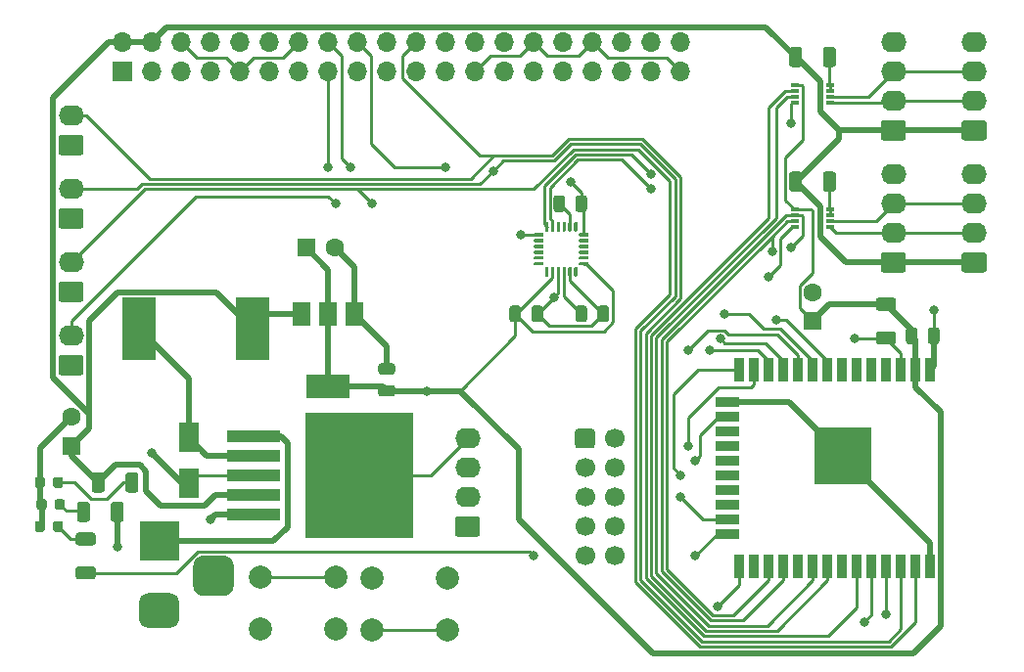
<source format=gbr>
%TF.GenerationSoftware,KiCad,Pcbnew,5.1.9+dfsg1-1*%
%TF.CreationDate,2021-09-29T19:21:48+02:00*%
%TF.ProjectId,main_board,6d61696e-5f62-46f6-9172-642e6b696361,rev?*%
%TF.SameCoordinates,Original*%
%TF.FileFunction,Copper,L1,Top*%
%TF.FilePolarity,Positive*%
%FSLAX46Y46*%
G04 Gerber Fmt 4.6, Leading zero omitted, Abs format (unit mm)*
G04 Created by KiCad (PCBNEW 5.1.9+dfsg1-1) date 2021-09-29 19:21:48*
%MOMM*%
%LPD*%
G01*
G04 APERTURE LIST*
%TA.AperFunction,ComponentPad*%
%ADD10R,1.600000X1.600000*%
%TD*%
%TA.AperFunction,ComponentPad*%
%ADD11C,1.600000*%
%TD*%
%TA.AperFunction,SMDPad,CuDef*%
%ADD12R,1.800000X2.500000*%
%TD*%
%TA.AperFunction,ComponentPad*%
%ADD13R,3.500000X3.500000*%
%TD*%
%TA.AperFunction,ComponentPad*%
%ADD14R,1.700000X1.700000*%
%TD*%
%TA.AperFunction,ComponentPad*%
%ADD15O,1.700000X1.700000*%
%TD*%
%TA.AperFunction,ComponentPad*%
%ADD16O,2.190000X1.740000*%
%TD*%
%TA.AperFunction,SMDPad,CuDef*%
%ADD17R,2.900000X5.400000*%
%TD*%
%TA.AperFunction,ComponentPad*%
%ADD18C,2.000000*%
%TD*%
%TA.AperFunction,SMDPad,CuDef*%
%ADD19R,4.600000X1.100000*%
%TD*%
%TA.AperFunction,SMDPad,CuDef*%
%ADD20R,9.400000X10.800000*%
%TD*%
%TA.AperFunction,SMDPad,CuDef*%
%ADD21R,3.800000X2.000000*%
%TD*%
%TA.AperFunction,SMDPad,CuDef*%
%ADD22R,1.500000X2.000000*%
%TD*%
%TA.AperFunction,SMDPad,CuDef*%
%ADD23R,5.000000X5.000000*%
%TD*%
%TA.AperFunction,SMDPad,CuDef*%
%ADD24R,0.900000X2.000000*%
%TD*%
%TA.AperFunction,SMDPad,CuDef*%
%ADD25R,2.000000X0.900000*%
%TD*%
%TA.AperFunction,SMDPad,CuDef*%
%ADD26R,0.800000X0.300000*%
%TD*%
%TA.AperFunction,ComponentPad*%
%ADD27C,1.700000*%
%TD*%
%TA.AperFunction,ViaPad*%
%ADD28C,0.800000*%
%TD*%
%TA.AperFunction,Conductor*%
%ADD29C,0.500000*%
%TD*%
%TA.AperFunction,Conductor*%
%ADD30C,0.250000*%
%TD*%
G04 APERTURE END LIST*
D10*
%TO.P,C1,1*%
%TO.N,+5V*%
X45085000Y-78105000D03*
D11*
%TO.P,C1,2*%
%TO.N,GND*%
X45085000Y-75605000D03*
%TD*%
%TO.P,C2,2*%
%TO.N,GND*%
X67905000Y-60960000D03*
D10*
%TO.P,C2,1*%
%TO.N,+3V3*%
X65405000Y-60960000D03*
%TD*%
%TO.P,C3,2*%
%TO.N,GND*%
%TA.AperFunction,SMDPad,CuDef*%
G36*
G01*
X72865000Y-71940000D02*
X71915000Y-71940000D01*
G75*
G02*
X71665000Y-71690000I0J250000D01*
G01*
X71665000Y-71190000D01*
G75*
G02*
X71915000Y-70940000I250000J0D01*
G01*
X72865000Y-70940000D01*
G75*
G02*
X73115000Y-71190000I0J-250000D01*
G01*
X73115000Y-71690000D01*
G75*
G02*
X72865000Y-71940000I-250000J0D01*
G01*
G37*
%TD.AperFunction*%
%TO.P,C3,1*%
%TO.N,+3V3*%
%TA.AperFunction,SMDPad,CuDef*%
G36*
G01*
X72865000Y-73840000D02*
X71915000Y-73840000D01*
G75*
G02*
X71665000Y-73590000I0J250000D01*
G01*
X71665000Y-73090000D01*
G75*
G02*
X71915000Y-72840000I250000J0D01*
G01*
X72865000Y-72840000D01*
G75*
G02*
X73115000Y-73090000I0J-250000D01*
G01*
X73115000Y-73590000D01*
G75*
G02*
X72865000Y-73840000I-250000J0D01*
G01*
G37*
%TD.AperFunction*%
%TD*%
%TO.P,C4,1*%
%TO.N,+3V3*%
%TA.AperFunction,SMDPad,CuDef*%
G36*
G01*
X117295000Y-69055000D02*
X117295000Y-68105000D01*
G75*
G02*
X117545000Y-67855000I250000J0D01*
G01*
X118045000Y-67855000D01*
G75*
G02*
X118295000Y-68105000I0J-250000D01*
G01*
X118295000Y-69055000D01*
G75*
G02*
X118045000Y-69305000I-250000J0D01*
G01*
X117545000Y-69305000D01*
G75*
G02*
X117295000Y-69055000I0J250000D01*
G01*
G37*
%TD.AperFunction*%
%TO.P,C4,2*%
%TO.N,GND*%
%TA.AperFunction,SMDPad,CuDef*%
G36*
G01*
X119195000Y-69055000D02*
X119195000Y-68105000D01*
G75*
G02*
X119445000Y-67855000I250000J0D01*
G01*
X119945000Y-67855000D01*
G75*
G02*
X120195000Y-68105000I0J-250000D01*
G01*
X120195000Y-69055000D01*
G75*
G02*
X119945000Y-69305000I-250000J0D01*
G01*
X119445000Y-69305000D01*
G75*
G02*
X119195000Y-69055000I0J250000D01*
G01*
G37*
%TD.AperFunction*%
%TD*%
%TO.P,C5,1*%
%TO.N,+3V3*%
X109220000Y-67310000D03*
D11*
%TO.P,C5,2*%
%TO.N,GND*%
X109220000Y-64810000D03*
%TD*%
%TO.P,C6,2*%
%TO.N,GND*%
%TA.AperFunction,SMDPad,CuDef*%
G36*
G01*
X90620000Y-67150000D02*
X90620000Y-66200000D01*
G75*
G02*
X90870000Y-65950000I250000J0D01*
G01*
X91370000Y-65950000D01*
G75*
G02*
X91620000Y-66200000I0J-250000D01*
G01*
X91620000Y-67150000D01*
G75*
G02*
X91370000Y-67400000I-250000J0D01*
G01*
X90870000Y-67400000D01*
G75*
G02*
X90620000Y-67150000I0J250000D01*
G01*
G37*
%TD.AperFunction*%
%TO.P,C6,1*%
%TO.N,Net-(C6-Pad1)*%
%TA.AperFunction,SMDPad,CuDef*%
G36*
G01*
X88720000Y-67150000D02*
X88720000Y-66200000D01*
G75*
G02*
X88970000Y-65950000I250000J0D01*
G01*
X89470000Y-65950000D01*
G75*
G02*
X89720000Y-66200000I0J-250000D01*
G01*
X89720000Y-67150000D01*
G75*
G02*
X89470000Y-67400000I-250000J0D01*
G01*
X88970000Y-67400000D01*
G75*
G02*
X88720000Y-67150000I0J250000D01*
G01*
G37*
%TD.AperFunction*%
%TD*%
%TO.P,C7,1*%
%TO.N,+3V3*%
%TA.AperFunction,SMDPad,CuDef*%
G36*
G01*
X83005000Y-67150000D02*
X83005000Y-66200000D01*
G75*
G02*
X83255000Y-65950000I250000J0D01*
G01*
X83755000Y-65950000D01*
G75*
G02*
X84005000Y-66200000I0J-250000D01*
G01*
X84005000Y-67150000D01*
G75*
G02*
X83755000Y-67400000I-250000J0D01*
G01*
X83255000Y-67400000D01*
G75*
G02*
X83005000Y-67150000I0J250000D01*
G01*
G37*
%TD.AperFunction*%
%TO.P,C7,2*%
%TO.N,GND*%
%TA.AperFunction,SMDPad,CuDef*%
G36*
G01*
X84905000Y-67150000D02*
X84905000Y-66200000D01*
G75*
G02*
X85155000Y-65950000I250000J0D01*
G01*
X85655000Y-65950000D01*
G75*
G02*
X85905000Y-66200000I0J-250000D01*
G01*
X85905000Y-67150000D01*
G75*
G02*
X85655000Y-67400000I-250000J0D01*
G01*
X85155000Y-67400000D01*
G75*
G02*
X84905000Y-67150000I0J250000D01*
G01*
G37*
%TD.AperFunction*%
%TD*%
%TO.P,C8,1*%
%TO.N,Net-(C8-Pad1)*%
%TA.AperFunction,SMDPad,CuDef*%
G36*
G01*
X86815000Y-57625000D02*
X86815000Y-56675000D01*
G75*
G02*
X87065000Y-56425000I250000J0D01*
G01*
X87565000Y-56425000D01*
G75*
G02*
X87815000Y-56675000I0J-250000D01*
G01*
X87815000Y-57625000D01*
G75*
G02*
X87565000Y-57875000I-250000J0D01*
G01*
X87065000Y-57875000D01*
G75*
G02*
X86815000Y-57625000I0J250000D01*
G01*
G37*
%TD.AperFunction*%
%TO.P,C8,2*%
%TO.N,GND*%
%TA.AperFunction,SMDPad,CuDef*%
G36*
G01*
X88715000Y-57625000D02*
X88715000Y-56675000D01*
G75*
G02*
X88965000Y-56425000I250000J0D01*
G01*
X89465000Y-56425000D01*
G75*
G02*
X89715000Y-56675000I0J-250000D01*
G01*
X89715000Y-57625000D01*
G75*
G02*
X89465000Y-57875000I-250000J0D01*
G01*
X88965000Y-57875000D01*
G75*
G02*
X88715000Y-57625000I0J250000D01*
G01*
G37*
%TD.AperFunction*%
%TD*%
D12*
%TO.P,D1,1*%
%TO.N,Net-(D1-Pad1)*%
X55245000Y-77375000D03*
%TO.P,D1,2*%
%TO.N,GND*%
X55245000Y-81375000D03*
%TD*%
%TO.P,D2,2*%
%TO.N,Net-(D2-Pad2)*%
%TA.AperFunction,SMDPad,CuDef*%
G36*
G01*
X43530000Y-81536250D02*
X43530000Y-81023750D01*
G75*
G02*
X43748750Y-80805000I218750J0D01*
G01*
X44186250Y-80805000D01*
G75*
G02*
X44405000Y-81023750I0J-218750D01*
G01*
X44405000Y-81536250D01*
G75*
G02*
X44186250Y-81755000I-218750J0D01*
G01*
X43748750Y-81755000D01*
G75*
G02*
X43530000Y-81536250I0J218750D01*
G01*
G37*
%TD.AperFunction*%
%TO.P,D2,1*%
%TO.N,GND*%
%TA.AperFunction,SMDPad,CuDef*%
G36*
G01*
X41955000Y-81536250D02*
X41955000Y-81023750D01*
G75*
G02*
X42173750Y-80805000I218750J0D01*
G01*
X42611250Y-80805000D01*
G75*
G02*
X42830000Y-81023750I0J-218750D01*
G01*
X42830000Y-81536250D01*
G75*
G02*
X42611250Y-81755000I-218750J0D01*
G01*
X42173750Y-81755000D01*
G75*
G02*
X41955000Y-81536250I0J218750D01*
G01*
G37*
%TD.AperFunction*%
%TD*%
%TO.P,D3,1*%
%TO.N,GND*%
%TA.AperFunction,SMDPad,CuDef*%
G36*
G01*
X42107500Y-83441250D02*
X42107500Y-82928750D01*
G75*
G02*
X42326250Y-82710000I218750J0D01*
G01*
X42763750Y-82710000D01*
G75*
G02*
X42982500Y-82928750I0J-218750D01*
G01*
X42982500Y-83441250D01*
G75*
G02*
X42763750Y-83660000I-218750J0D01*
G01*
X42326250Y-83660000D01*
G75*
G02*
X42107500Y-83441250I0J218750D01*
G01*
G37*
%TD.AperFunction*%
%TO.P,D3,2*%
%TO.N,Net-(D3-Pad2)*%
%TA.AperFunction,SMDPad,CuDef*%
G36*
G01*
X43682500Y-83441250D02*
X43682500Y-82928750D01*
G75*
G02*
X43901250Y-82710000I218750J0D01*
G01*
X44338750Y-82710000D01*
G75*
G02*
X44557500Y-82928750I0J-218750D01*
G01*
X44557500Y-83441250D01*
G75*
G02*
X44338750Y-83660000I-218750J0D01*
G01*
X43901250Y-83660000D01*
G75*
G02*
X43682500Y-83441250I0J218750D01*
G01*
G37*
%TD.AperFunction*%
%TD*%
%TO.P,D4,1*%
%TO.N,GND*%
%TA.AperFunction,SMDPad,CuDef*%
G36*
G01*
X41955000Y-85346250D02*
X41955000Y-84833750D01*
G75*
G02*
X42173750Y-84615000I218750J0D01*
G01*
X42611250Y-84615000D01*
G75*
G02*
X42830000Y-84833750I0J-218750D01*
G01*
X42830000Y-85346250D01*
G75*
G02*
X42611250Y-85565000I-218750J0D01*
G01*
X42173750Y-85565000D01*
G75*
G02*
X41955000Y-85346250I0J218750D01*
G01*
G37*
%TD.AperFunction*%
%TO.P,D4,2*%
%TO.N,Net-(D4-Pad2)*%
%TA.AperFunction,SMDPad,CuDef*%
G36*
G01*
X43530000Y-85346250D02*
X43530000Y-84833750D01*
G75*
G02*
X43748750Y-84615000I218750J0D01*
G01*
X44186250Y-84615000D01*
G75*
G02*
X44405000Y-84833750I0J-218750D01*
G01*
X44405000Y-85346250D01*
G75*
G02*
X44186250Y-85565000I-218750J0D01*
G01*
X43748750Y-85565000D01*
G75*
G02*
X43530000Y-85346250I0J218750D01*
G01*
G37*
%TD.AperFunction*%
%TD*%
D13*
%TO.P,12V in,1*%
%TO.N,Net-(J1-Pad1)*%
X52705000Y-86360000D03*
%TO.P,12V in,2*%
%TO.N,GND*%
%TA.AperFunction,ComponentPad*%
G36*
G01*
X53705000Y-93860000D02*
X51705000Y-93860000D01*
G75*
G02*
X50955000Y-93110000I0J750000D01*
G01*
X50955000Y-91610000D01*
G75*
G02*
X51705000Y-90860000I750000J0D01*
G01*
X53705000Y-90860000D01*
G75*
G02*
X54455000Y-91610000I0J-750000D01*
G01*
X54455000Y-93110000D01*
G75*
G02*
X53705000Y-93860000I-750000J0D01*
G01*
G37*
%TD.AperFunction*%
%TO.P,12V in,3*%
%TO.N,N/C*%
%TA.AperFunction,ComponentPad*%
G36*
G01*
X58280000Y-91110000D02*
X56530000Y-91110000D01*
G75*
G02*
X55655000Y-90235000I0J875000D01*
G01*
X55655000Y-88485000D01*
G75*
G02*
X56530000Y-87610000I875000J0D01*
G01*
X58280000Y-87610000D01*
G75*
G02*
X59155000Y-88485000I0J-875000D01*
G01*
X59155000Y-90235000D01*
G75*
G02*
X58280000Y-91110000I-875000J0D01*
G01*
G37*
%TD.AperFunction*%
%TD*%
D14*
%TO.P,Raspberry Pi header,1*%
%TO.N,Net-(J2-Pad1)*%
X49530000Y-45720000D03*
D15*
%TO.P,Raspberry Pi header,2*%
%TO.N,+5V*%
X49530000Y-43180000D03*
%TO.P,Raspberry Pi header,3*%
%TO.N,Net-(J2-Pad3)*%
X52070000Y-45720000D03*
%TO.P,Raspberry Pi header,4*%
%TO.N,+5V*%
X52070000Y-43180000D03*
%TO.P,Raspberry Pi header,5*%
%TO.N,Net-(J2-Pad5)*%
X54610000Y-45720000D03*
%TO.P,Raspberry Pi header,6*%
%TO.N,GND*%
X54610000Y-43180000D03*
%TO.P,Raspberry Pi header,7*%
%TO.N,Net-(J2-Pad7)*%
X57150000Y-45720000D03*
%TO.P,Raspberry Pi header,8*%
%TO.N,/UART_MOSI*%
X57150000Y-43180000D03*
%TO.P,Raspberry Pi header,9*%
%TO.N,GND*%
X59690000Y-45720000D03*
%TO.P,Raspberry Pi header,10*%
%TO.N,/UART_MISO*%
X59690000Y-43180000D03*
%TO.P,Raspberry Pi header,11*%
%TO.N,Net-(J2-Pad11)*%
X62230000Y-45720000D03*
%TO.P,Raspberry Pi header,12*%
%TO.N,Net-(J2-Pad12)*%
X62230000Y-43180000D03*
%TO.P,Raspberry Pi header,13*%
%TO.N,Net-(J2-Pad13)*%
X64770000Y-45720000D03*
%TO.P,Raspberry Pi header,14*%
%TO.N,GND*%
X64770000Y-43180000D03*
%TO.P,Raspberry Pi header,15*%
%TO.N,/BTN_B*%
X67310000Y-45720000D03*
%TO.P,Raspberry Pi header,16*%
%TO.N,/BTN_A*%
X67310000Y-43180000D03*
%TO.P,Raspberry Pi header,17*%
%TO.N,Net-(J2-Pad17)*%
X69850000Y-45720000D03*
%TO.P,Raspberry Pi header,18*%
%TO.N,/SIDE_BTN*%
X69850000Y-43180000D03*
%TO.P,Raspberry Pi header,19*%
%TO.N,/SPI_MOSI*%
X72390000Y-45720000D03*
%TO.P,Raspberry Pi header,20*%
%TO.N,GND*%
X72390000Y-43180000D03*
%TO.P,Raspberry Pi header,21*%
%TO.N,/SPI_MISO*%
X74930000Y-45720000D03*
%TO.P,Raspberry Pi header,22*%
%TO.N,/TRIG_BTN*%
X74930000Y-43180000D03*
%TO.P,Raspberry Pi header,23*%
%TO.N,/SPI_CLK*%
X77470000Y-45720000D03*
%TO.P,Raspberry Pi header,24*%
%TO.N,/SPI_CS0*%
X77470000Y-43180000D03*
%TO.P,Raspberry Pi header,25*%
%TO.N,GND*%
X80010000Y-45720000D03*
%TO.P,Raspberry Pi header,26*%
%TO.N,Net-(J2-Pad26)*%
X80010000Y-43180000D03*
%TO.P,Raspberry Pi header,27*%
%TO.N,Net-(J2-Pad27)*%
X82550000Y-45720000D03*
%TO.P,Raspberry Pi header,28*%
%TO.N,Net-(J2-Pad28)*%
X82550000Y-43180000D03*
%TO.P,Raspberry Pi header,29*%
%TO.N,Net-(J2-Pad29)*%
X85090000Y-45720000D03*
%TO.P,Raspberry Pi header,30*%
%TO.N,GND*%
X85090000Y-43180000D03*
%TO.P,Raspberry Pi header,31*%
%TO.N,Net-(J2-Pad31)*%
X87630000Y-45720000D03*
%TO.P,Raspberry Pi header,32*%
%TO.N,Net-(J2-Pad32)*%
X87630000Y-43180000D03*
%TO.P,Raspberry Pi header,33*%
%TO.N,Net-(J2-Pad33)*%
X90170000Y-45720000D03*
%TO.P,Raspberry Pi header,34*%
%TO.N,GND*%
X90170000Y-43180000D03*
%TO.P,Raspberry Pi header,35*%
%TO.N,Net-(J2-Pad35)*%
X92710000Y-45720000D03*
%TO.P,Raspberry Pi header,36*%
%TO.N,Net-(J2-Pad36)*%
X92710000Y-43180000D03*
%TO.P,Raspberry Pi header,37*%
%TO.N,Net-(J2-Pad37)*%
X95250000Y-45720000D03*
%TO.P,Raspberry Pi header,38*%
%TO.N,Net-(J2-Pad38)*%
X95250000Y-43180000D03*
%TO.P,Raspberry Pi header,39*%
%TO.N,GND*%
X97790000Y-45720000D03*
%TO.P,Raspberry Pi header,40*%
%TO.N,Net-(J2-Pad40)*%
X97790000Y-43180000D03*
%TD*%
%TO.P,Trigger,1*%
%TO.N,GND*%
%TA.AperFunction,ComponentPad*%
G36*
G01*
X45930001Y-52940000D02*
X44239999Y-52940000D01*
G75*
G02*
X43990000Y-52690001I0J249999D01*
G01*
X43990000Y-51449999D01*
G75*
G02*
X44239999Y-51200000I249999J0D01*
G01*
X45930001Y-51200000D01*
G75*
G02*
X46180000Y-51449999I0J-249999D01*
G01*
X46180000Y-52690001D01*
G75*
G02*
X45930001Y-52940000I-249999J0D01*
G01*
G37*
%TD.AperFunction*%
D16*
%TO.P,Trigger,2*%
%TO.N,/TRIG_BTN*%
X45085000Y-49530000D03*
%TD*%
%TO.P,Side,2*%
%TO.N,/SIDE_BTN*%
X45085000Y-55880000D03*
%TO.P,Side,1*%
%TO.N,GND*%
%TA.AperFunction,ComponentPad*%
G36*
G01*
X45930001Y-59290000D02*
X44239999Y-59290000D01*
G75*
G02*
X43990000Y-59040001I0J249999D01*
G01*
X43990000Y-57799999D01*
G75*
G02*
X44239999Y-57550000I249999J0D01*
G01*
X45930001Y-57550000D01*
G75*
G02*
X46180000Y-57799999I0J-249999D01*
G01*
X46180000Y-59040001D01*
G75*
G02*
X45930001Y-59290000I-249999J0D01*
G01*
G37*
%TD.AperFunction*%
%TD*%
%TO.P,A,1*%
%TO.N,GND*%
%TA.AperFunction,ComponentPad*%
G36*
G01*
X45930001Y-65640000D02*
X44239999Y-65640000D01*
G75*
G02*
X43990000Y-65390001I0J249999D01*
G01*
X43990000Y-64149999D01*
G75*
G02*
X44239999Y-63900000I249999J0D01*
G01*
X45930001Y-63900000D01*
G75*
G02*
X46180000Y-64149999I0J-249999D01*
G01*
X46180000Y-65390001D01*
G75*
G02*
X45930001Y-65640000I-249999J0D01*
G01*
G37*
%TD.AperFunction*%
%TO.P,A,2*%
%TO.N,/BTN_A*%
X45085000Y-62230000D03*
%TD*%
%TO.P,B,2*%
%TO.N,/BTN_B*%
X45085000Y-68580000D03*
%TO.P,B,1*%
%TO.N,GND*%
%TA.AperFunction,ComponentPad*%
G36*
G01*
X45930001Y-71990000D02*
X44239999Y-71990000D01*
G75*
G02*
X43990000Y-71740001I0J249999D01*
G01*
X43990000Y-70499999D01*
G75*
G02*
X44239999Y-70250000I249999J0D01*
G01*
X45930001Y-70250000D01*
G75*
G02*
X46180000Y-70499999I0J-249999D01*
G01*
X46180000Y-71740001D01*
G75*
G02*
X45930001Y-71990000I-249999J0D01*
G01*
G37*
%TD.AperFunction*%
%TD*%
%TO.P,J7,1*%
%TO.N,+5V*%
%TA.AperFunction,ComponentPad*%
G36*
G01*
X124035001Y-63100000D02*
X122344999Y-63100000D01*
G75*
G02*
X122095000Y-62850001I0J249999D01*
G01*
X122095000Y-61609999D01*
G75*
G02*
X122344999Y-61360000I249999J0D01*
G01*
X124035001Y-61360000D01*
G75*
G02*
X124285000Y-61609999I0J-249999D01*
G01*
X124285000Y-62850001D01*
G75*
G02*
X124035001Y-63100000I-249999J0D01*
G01*
G37*
%TD.AperFunction*%
%TO.P,J7,2*%
%TO.N,Net-(J7-Pad2)*%
X123190000Y-59690000D03*
%TO.P,J7,3*%
%TO.N,Net-(J7-Pad3)*%
X123190000Y-57150000D03*
%TO.P,J7,4*%
%TO.N,GND*%
X123190000Y-54610000D03*
%TD*%
%TO.P,I2C periph,1*%
%TO.N,+5V*%
%TA.AperFunction,ComponentPad*%
G36*
G01*
X117050001Y-63100000D02*
X115359999Y-63100000D01*
G75*
G02*
X115110000Y-62850001I0J249999D01*
G01*
X115110000Y-61609999D01*
G75*
G02*
X115359999Y-61360000I249999J0D01*
G01*
X117050001Y-61360000D01*
G75*
G02*
X117300000Y-61609999I0J-249999D01*
G01*
X117300000Y-62850001D01*
G75*
G02*
X117050001Y-63100000I-249999J0D01*
G01*
G37*
%TD.AperFunction*%
%TO.P,I2C periph,2*%
%TO.N,Net-(J7-Pad2)*%
X116205000Y-59690000D03*
%TO.P,I2C periph,3*%
%TO.N,Net-(J7-Pad3)*%
X116205000Y-57150000D03*
%TO.P,I2C periph,4*%
%TO.N,GND*%
X116205000Y-54610000D03*
%TD*%
%TO.P,I2C motor,4*%
%TO.N,GND*%
X116205000Y-43180000D03*
%TO.P,I2C motor,3*%
%TO.N,Net-(J10-Pad3)*%
X116205000Y-45720000D03*
%TO.P,I2C motor,2*%
%TO.N,Net-(J10-Pad2)*%
X116205000Y-48260000D03*
%TO.P,I2C motor,1*%
%TO.N,+5V*%
%TA.AperFunction,ComponentPad*%
G36*
G01*
X117050001Y-51670000D02*
X115359999Y-51670000D01*
G75*
G02*
X115110000Y-51420001I0J249999D01*
G01*
X115110000Y-50179999D01*
G75*
G02*
X115359999Y-49930000I249999J0D01*
G01*
X117050001Y-49930000D01*
G75*
G02*
X117300000Y-50179999I0J-249999D01*
G01*
X117300000Y-51420001D01*
G75*
G02*
X117050001Y-51670000I-249999J0D01*
G01*
G37*
%TD.AperFunction*%
%TD*%
%TO.P,J10,4*%
%TO.N,GND*%
X123190000Y-43180000D03*
%TO.P,J10,3*%
%TO.N,Net-(J10-Pad3)*%
X123190000Y-45720000D03*
%TO.P,J10,2*%
%TO.N,Net-(J10-Pad2)*%
X123190000Y-48260000D03*
%TO.P,J10,1*%
%TO.N,+5V*%
%TA.AperFunction,ComponentPad*%
G36*
G01*
X124035001Y-51670000D02*
X122344999Y-51670000D01*
G75*
G02*
X122095000Y-51420001I0J249999D01*
G01*
X122095000Y-50179999D01*
G75*
G02*
X122344999Y-49930000I249999J0D01*
G01*
X124035001Y-49930000D01*
G75*
G02*
X124285000Y-50179999I0J-249999D01*
G01*
X124285000Y-51420001D01*
G75*
G02*
X124035001Y-51670000I-249999J0D01*
G01*
G37*
%TD.AperFunction*%
%TD*%
D17*
%TO.P,L1,1*%
%TO.N,Net-(D1-Pad1)*%
X50930000Y-67945000D03*
%TO.P,L1,2*%
%TO.N,+5V*%
X60830000Y-67945000D03*
%TD*%
%TO.P,R1,2*%
%TO.N,Net-(D2-Pad2)*%
%TA.AperFunction,SMDPad,CuDef*%
G36*
G01*
X49795000Y-81905001D02*
X49795000Y-80654999D01*
G75*
G02*
X50044999Y-80405000I249999J0D01*
G01*
X50670001Y-80405000D01*
G75*
G02*
X50920000Y-80654999I0J-249999D01*
G01*
X50920000Y-81905001D01*
G75*
G02*
X50670001Y-82155000I-249999J0D01*
G01*
X50044999Y-82155000D01*
G75*
G02*
X49795000Y-81905001I0J249999D01*
G01*
G37*
%TD.AperFunction*%
%TO.P,R1,1*%
%TO.N,+5V*%
%TA.AperFunction,SMDPad,CuDef*%
G36*
G01*
X46870000Y-81905001D02*
X46870000Y-80654999D01*
G75*
G02*
X47119999Y-80405000I249999J0D01*
G01*
X47745001Y-80405000D01*
G75*
G02*
X47995000Y-80654999I0J-249999D01*
G01*
X47995000Y-81905001D01*
G75*
G02*
X47745001Y-82155000I-249999J0D01*
G01*
X47119999Y-82155000D01*
G75*
G02*
X46870000Y-81905001I0J249999D01*
G01*
G37*
%TD.AperFunction*%
%TD*%
%TO.P,R2,1*%
%TO.N,+3V3*%
%TA.AperFunction,SMDPad,CuDef*%
G36*
G01*
X114944999Y-65285000D02*
X116195001Y-65285000D01*
G75*
G02*
X116445000Y-65534999I0J-249999D01*
G01*
X116445000Y-66160001D01*
G75*
G02*
X116195001Y-66410000I-249999J0D01*
G01*
X114944999Y-66410000D01*
G75*
G02*
X114695000Y-66160001I0J249999D01*
G01*
X114695000Y-65534999D01*
G75*
G02*
X114944999Y-65285000I249999J0D01*
G01*
G37*
%TD.AperFunction*%
%TO.P,R2,2*%
%TO.N,Net-(R2-Pad2)*%
%TA.AperFunction,SMDPad,CuDef*%
G36*
G01*
X114944999Y-68210000D02*
X116195001Y-68210000D01*
G75*
G02*
X116445000Y-68459999I0J-249999D01*
G01*
X116445000Y-69085001D01*
G75*
G02*
X116195001Y-69335000I-249999J0D01*
G01*
X114944999Y-69335000D01*
G75*
G02*
X114695000Y-69085001I0J249999D01*
G01*
X114695000Y-68459999D01*
G75*
G02*
X114944999Y-68210000I249999J0D01*
G01*
G37*
%TD.AperFunction*%
%TD*%
%TO.P,R3,1*%
%TO.N,+3V3*%
%TA.AperFunction,SMDPad,CuDef*%
G36*
G01*
X49650000Y-83194999D02*
X49650000Y-84445001D01*
G75*
G02*
X49400001Y-84695000I-249999J0D01*
G01*
X48774999Y-84695000D01*
G75*
G02*
X48525000Y-84445001I0J249999D01*
G01*
X48525000Y-83194999D01*
G75*
G02*
X48774999Y-82945000I249999J0D01*
G01*
X49400001Y-82945000D01*
G75*
G02*
X49650000Y-83194999I0J-249999D01*
G01*
G37*
%TD.AperFunction*%
%TO.P,R3,2*%
%TO.N,Net-(D3-Pad2)*%
%TA.AperFunction,SMDPad,CuDef*%
G36*
G01*
X46725000Y-83194999D02*
X46725000Y-84445001D01*
G75*
G02*
X46475001Y-84695000I-249999J0D01*
G01*
X45849999Y-84695000D01*
G75*
G02*
X45600000Y-84445001I0J249999D01*
G01*
X45600000Y-83194999D01*
G75*
G02*
X45849999Y-82945000I249999J0D01*
G01*
X46475001Y-82945000D01*
G75*
G02*
X46725000Y-83194999I0J-249999D01*
G01*
G37*
%TD.AperFunction*%
%TD*%
%TO.P,R4,2*%
%TO.N,Net-(D4-Pad2)*%
%TA.AperFunction,SMDPad,CuDef*%
G36*
G01*
X46980001Y-86730000D02*
X45729999Y-86730000D01*
G75*
G02*
X45480000Y-86480001I0J249999D01*
G01*
X45480000Y-85854999D01*
G75*
G02*
X45729999Y-85605000I249999J0D01*
G01*
X46980001Y-85605000D01*
G75*
G02*
X47230000Y-85854999I0J-249999D01*
G01*
X47230000Y-86480001D01*
G75*
G02*
X46980001Y-86730000I-249999J0D01*
G01*
G37*
%TD.AperFunction*%
%TO.P,R4,1*%
%TO.N,Net-(R4-Pad1)*%
%TA.AperFunction,SMDPad,CuDef*%
G36*
G01*
X46980001Y-89655000D02*
X45729999Y-89655000D01*
G75*
G02*
X45480000Y-89405001I0J249999D01*
G01*
X45480000Y-88779999D01*
G75*
G02*
X45729999Y-88530000I249999J0D01*
G01*
X46980001Y-88530000D01*
G75*
G02*
X47230000Y-88779999I0J-249999D01*
G01*
X47230000Y-89405001D01*
G75*
G02*
X46980001Y-89655000I-249999J0D01*
G01*
G37*
%TD.AperFunction*%
%TD*%
%TO.P,R5,2*%
%TO.N,Net-(R5-Pad2)*%
%TA.AperFunction,SMDPad,CuDef*%
G36*
G01*
X110120000Y-55870001D02*
X110120000Y-54619999D01*
G75*
G02*
X110369999Y-54370000I249999J0D01*
G01*
X110995001Y-54370000D01*
G75*
G02*
X111245000Y-54619999I0J-249999D01*
G01*
X111245000Y-55870001D01*
G75*
G02*
X110995001Y-56120000I-249999J0D01*
G01*
X110369999Y-56120000D01*
G75*
G02*
X110120000Y-55870001I0J249999D01*
G01*
G37*
%TD.AperFunction*%
%TO.P,R5,1*%
%TO.N,+5V*%
%TA.AperFunction,SMDPad,CuDef*%
G36*
G01*
X107195000Y-55870001D02*
X107195000Y-54619999D01*
G75*
G02*
X107444999Y-54370000I249999J0D01*
G01*
X108070001Y-54370000D01*
G75*
G02*
X108320000Y-54619999I0J-249999D01*
G01*
X108320000Y-55870001D01*
G75*
G02*
X108070001Y-56120000I-249999J0D01*
G01*
X107444999Y-56120000D01*
G75*
G02*
X107195000Y-55870001I0J249999D01*
G01*
G37*
%TD.AperFunction*%
%TD*%
%TO.P,R6,1*%
%TO.N,+5V*%
%TA.AperFunction,SMDPad,CuDef*%
G36*
G01*
X107195000Y-45075001D02*
X107195000Y-43824999D01*
G75*
G02*
X107444999Y-43575000I249999J0D01*
G01*
X108070001Y-43575000D01*
G75*
G02*
X108320000Y-43824999I0J-249999D01*
G01*
X108320000Y-45075001D01*
G75*
G02*
X108070001Y-45325000I-249999J0D01*
G01*
X107444999Y-45325000D01*
G75*
G02*
X107195000Y-45075001I0J249999D01*
G01*
G37*
%TD.AperFunction*%
%TO.P,R6,2*%
%TO.N,Net-(R6-Pad2)*%
%TA.AperFunction,SMDPad,CuDef*%
G36*
G01*
X110120000Y-45075001D02*
X110120000Y-43824999D01*
G75*
G02*
X110369999Y-43575000I249999J0D01*
G01*
X110995001Y-43575000D01*
G75*
G02*
X111245000Y-43824999I0J-249999D01*
G01*
X111245000Y-45075001D01*
G75*
G02*
X110995001Y-45325000I-249999J0D01*
G01*
X110369999Y-45325000D01*
G75*
G02*
X110120000Y-45075001I0J249999D01*
G01*
G37*
%TD.AperFunction*%
%TD*%
D18*
%TO.P,RESET,1*%
%TO.N,GND*%
X61445000Y-93980000D03*
%TO.P,RESET,2*%
%TO.N,Net-(R2-Pad2)*%
X61445000Y-89480000D03*
%TO.P,RESET,1*%
%TO.N,GND*%
X67945000Y-93980000D03*
%TO.P,RESET,2*%
%TO.N,Net-(R2-Pad2)*%
X67945000Y-89480000D03*
%TD*%
%TO.P,BOOT,2*%
%TO.N,Net-(SW2-Pad2)*%
X71120000Y-94035000D03*
%TO.P,BOOT,1*%
%TO.N,GND*%
X71120000Y-89535000D03*
%TO.P,BOOT,2*%
%TO.N,Net-(SW2-Pad2)*%
X77620000Y-94035000D03*
%TO.P,BOOT,1*%
%TO.N,GND*%
X77620000Y-89535000D03*
%TD*%
D19*
%TO.P,U1,1*%
%TO.N,Net-(J1-Pad1)*%
X60900000Y-77245000D03*
%TO.P,U1,2*%
%TO.N,Net-(D1-Pad1)*%
X60900000Y-78945000D03*
%TO.P,U1,3*%
%TO.N,GND*%
X60900000Y-80645000D03*
%TO.P,U1,4*%
%TO.N,+5V*%
X60900000Y-82345000D03*
%TO.P,U1,5*%
%TO.N,GND*%
X60900000Y-84045000D03*
D20*
%TO.P,U1,3*%
X70050000Y-80645000D03*
%TD*%
D21*
%TO.P,U2,2*%
%TO.N,+3V3*%
X67310000Y-73000000D03*
D22*
X67310000Y-66700000D03*
%TO.P,U2,3*%
%TO.N,+5V*%
X65010000Y-66700000D03*
%TO.P,U2,1*%
%TO.N,GND*%
X69610000Y-66700000D03*
%TD*%
D23*
%TO.P,ESP32,39*%
%TO.N,GND*%
X111880000Y-79010000D03*
D24*
%TO.P,ESP32,1*%
X119380000Y-71510000D03*
%TO.P,ESP32,2*%
%TO.N,+3V3*%
X118110000Y-71510000D03*
%TO.P,ESP32,3*%
%TO.N,Net-(R2-Pad2)*%
X116840000Y-71510000D03*
%TO.P,ESP32,4*%
%TO.N,Net-(U3-Pad4)*%
X115570000Y-71510000D03*
%TO.P,ESP32,5*%
%TO.N,Net-(U3-Pad5)*%
X114300000Y-71510000D03*
%TO.P,ESP32,6*%
%TO.N,Net-(U3-Pad6)*%
X113030000Y-71510000D03*
%TO.P,ESP32,7*%
%TO.N,Net-(U3-Pad7)*%
X111760000Y-71510000D03*
%TO.P,ESP32,8*%
%TO.N,/SPI_CLK*%
X110490000Y-71510000D03*
%TO.P,ESP32,9*%
%TO.N,/SPI_CS0*%
X109220000Y-71510000D03*
%TO.P,ESP32,10*%
%TO.N,/BTN_B*%
X107950000Y-71510000D03*
%TO.P,ESP32,11*%
%TO.N,/SPI_MISO*%
X106680000Y-71510000D03*
%TO.P,ESP32,12*%
%TO.N,/SPI_MOSI*%
X105410000Y-71510000D03*
%TO.P,ESP32,13*%
%TO.N,/JTAG_TMS*%
X104140000Y-71510000D03*
%TO.P,ESP32,14*%
%TO.N,/JTAG_TDI*%
X102870000Y-71510000D03*
D25*
%TO.P,ESP32,15*%
%TO.N,GND*%
X101870000Y-74295000D03*
%TO.P,ESP32,16*%
%TO.N,/JTAG_TCK*%
X101870000Y-75565000D03*
%TO.P,ESP32,17*%
%TO.N,Net-(U3-Pad17)*%
X101870000Y-76835000D03*
%TO.P,ESP32,18*%
%TO.N,Net-(U3-Pad18)*%
X101870000Y-78105000D03*
%TO.P,ESP32,19*%
%TO.N,Net-(U3-Pad19)*%
X101870000Y-79375000D03*
%TO.P,ESP32,20*%
%TO.N,Net-(U3-Pad20)*%
X101870000Y-80645000D03*
%TO.P,ESP32,21*%
%TO.N,Net-(U3-Pad21)*%
X101870000Y-81915000D03*
%TO.P,ESP32,22*%
%TO.N,Net-(U3-Pad22)*%
X101870000Y-83185000D03*
%TO.P,ESP32,23*%
%TO.N,/JTAG_TDO*%
X101870000Y-84455000D03*
%TO.P,ESP32,24*%
%TO.N,Net-(R4-Pad1)*%
X101870000Y-85725000D03*
D24*
%TO.P,ESP32,25*%
%TO.N,Net-(SW2-Pad2)*%
X102870000Y-88510000D03*
%TO.P,ESP32,26*%
%TO.N,Net-(U3-Pad26)*%
X104140000Y-88510000D03*
%TO.P,ESP32,27*%
%TO.N,/SDA_PERIPH*%
X105410000Y-88510000D03*
%TO.P,ESP32,28*%
%TO.N,/SCL_PERIPH*%
X106680000Y-88510000D03*
%TO.P,ESP32,29*%
%TO.N,Net-(U3-Pad29)*%
X107950000Y-88510000D03*
%TO.P,ESP32,30*%
%TO.N,/SDA_MOTOR*%
X109220000Y-88510000D03*
%TO.P,ESP32,31*%
%TO.N,/SCL_MOTOR*%
X110490000Y-88510000D03*
%TO.P,ESP32,32*%
%TO.N,Net-(U3-Pad32)*%
X111760000Y-88510000D03*
%TO.P,ESP32,33*%
%TO.N,/TRIG_BTN*%
X113030000Y-88510000D03*
%TO.P,ESP32,34*%
%TO.N,/UART_MOSI*%
X114300000Y-88510000D03*
%TO.P,ESP32,35*%
%TO.N,/UART_MISO*%
X115570000Y-88510000D03*
%TO.P,ESP32,36*%
%TO.N,/SIDE_BTN*%
X116840000Y-88510000D03*
%TO.P,ESP32,37*%
%TO.N,/BTN_A*%
X118110000Y-88510000D03*
%TO.P,ESP32,38*%
%TO.N,GND*%
X119380000Y-88510000D03*
%TD*%
D26*
%TO.P,U4,1*%
%TO.N,+3V3*%
X107670000Y-57670000D03*
%TO.P,U4,2*%
%TO.N,/SCL_PERIPH*%
X107670000Y-58170000D03*
%TO.P,U4,3*%
%TO.N,/SDA_PERIPH*%
X107670000Y-58670000D03*
%TO.P,U4,4*%
%TO.N,GND*%
X107670000Y-59170000D03*
%TO.P,U4,5*%
%TO.N,Net-(J7-Pad2)*%
X110770000Y-59170000D03*
%TO.P,U4,6*%
%TO.N,Net-(J7-Pad3)*%
X110770000Y-58670000D03*
%TO.P,U4,7*%
%TO.N,Net-(R5-Pad2)*%
X110770000Y-58170000D03*
%TO.P,U4,8*%
X110770000Y-57670000D03*
%TD*%
%TO.P,U5,8*%
%TO.N,Net-(R6-Pad2)*%
X110770000Y-46875000D03*
%TO.P,U5,7*%
X110770000Y-47375000D03*
%TO.P,U5,6*%
%TO.N,Net-(J10-Pad3)*%
X110770000Y-47875000D03*
%TO.P,U5,5*%
%TO.N,Net-(J10-Pad2)*%
X110770000Y-48375000D03*
%TO.P,U5,4*%
%TO.N,GND*%
X107670000Y-48375000D03*
%TO.P,U5,3*%
%TO.N,/SDA_MOTOR*%
X107670000Y-47875000D03*
%TO.P,U5,2*%
%TO.N,/SCL_MOTOR*%
X107670000Y-47375000D03*
%TO.P,U5,1*%
%TO.N,+3V3*%
X107670000Y-46875000D03*
%TD*%
%TO.P,U6,1*%
%TO.N,GND*%
%TA.AperFunction,SMDPad,CuDef*%
G36*
G01*
X85115001Y-59915001D02*
X85115001Y-59765001D01*
G75*
G02*
X85190001Y-59690001I75000J0D01*
G01*
X85890001Y-59690001D01*
G75*
G02*
X85965001Y-59765001I0J-75000D01*
G01*
X85965001Y-59915001D01*
G75*
G02*
X85890001Y-59990001I-75000J0D01*
G01*
X85190001Y-59990001D01*
G75*
G02*
X85115001Y-59915001I0J75000D01*
G01*
G37*
%TD.AperFunction*%
%TO.P,U6,2*%
%TO.N,N/C*%
%TA.AperFunction,SMDPad,CuDef*%
G36*
G01*
X85115001Y-60415001D02*
X85115001Y-60265001D01*
G75*
G02*
X85190001Y-60190001I75000J0D01*
G01*
X85890001Y-60190001D01*
G75*
G02*
X85965001Y-60265001I0J-75000D01*
G01*
X85965001Y-60415001D01*
G75*
G02*
X85890001Y-60490001I-75000J0D01*
G01*
X85190001Y-60490001D01*
G75*
G02*
X85115001Y-60415001I0J75000D01*
G01*
G37*
%TD.AperFunction*%
%TO.P,U6,3*%
%TA.AperFunction,SMDPad,CuDef*%
G36*
G01*
X85115001Y-60915001D02*
X85115001Y-60765001D01*
G75*
G02*
X85190001Y-60690001I75000J0D01*
G01*
X85890001Y-60690001D01*
G75*
G02*
X85965001Y-60765001I0J-75000D01*
G01*
X85965001Y-60915001D01*
G75*
G02*
X85890001Y-60990001I-75000J0D01*
G01*
X85190001Y-60990001D01*
G75*
G02*
X85115001Y-60915001I0J75000D01*
G01*
G37*
%TD.AperFunction*%
%TO.P,U6,4*%
%TA.AperFunction,SMDPad,CuDef*%
G36*
G01*
X85115001Y-61415001D02*
X85115001Y-61265001D01*
G75*
G02*
X85190001Y-61190001I75000J0D01*
G01*
X85890001Y-61190001D01*
G75*
G02*
X85965001Y-61265001I0J-75000D01*
G01*
X85965001Y-61415001D01*
G75*
G02*
X85890001Y-61490001I-75000J0D01*
G01*
X85190001Y-61490001D01*
G75*
G02*
X85115001Y-61415001I0J75000D01*
G01*
G37*
%TD.AperFunction*%
%TO.P,U6,5*%
%TA.AperFunction,SMDPad,CuDef*%
G36*
G01*
X85115001Y-61915001D02*
X85115001Y-61765001D01*
G75*
G02*
X85190001Y-61690001I75000J0D01*
G01*
X85890001Y-61690001D01*
G75*
G02*
X85965001Y-61765001I0J-75000D01*
G01*
X85965001Y-61915001D01*
G75*
G02*
X85890001Y-61990001I-75000J0D01*
G01*
X85190001Y-61990001D01*
G75*
G02*
X85115001Y-61915001I0J75000D01*
G01*
G37*
%TD.AperFunction*%
%TO.P,U6,6*%
%TO.N,Net-(U6-Pad6)*%
%TA.AperFunction,SMDPad,CuDef*%
G36*
G01*
X85115001Y-62415001D02*
X85115001Y-62265001D01*
G75*
G02*
X85190001Y-62190001I75000J0D01*
G01*
X85890001Y-62190001D01*
G75*
G02*
X85965001Y-62265001I0J-75000D01*
G01*
X85965001Y-62415001D01*
G75*
G02*
X85890001Y-62490001I-75000J0D01*
G01*
X85190001Y-62490001D01*
G75*
G02*
X85115001Y-62415001I0J75000D01*
G01*
G37*
%TD.AperFunction*%
%TO.P,U6,7*%
%TO.N,Net-(U6-Pad7)*%
%TA.AperFunction,SMDPad,CuDef*%
G36*
G01*
X86315001Y-63465001D02*
X86165001Y-63465001D01*
G75*
G02*
X86090001Y-63390001I0J75000D01*
G01*
X86090001Y-62690001D01*
G75*
G02*
X86165001Y-62615001I75000J0D01*
G01*
X86315001Y-62615001D01*
G75*
G02*
X86390001Y-62690001I0J-75000D01*
G01*
X86390001Y-63390001D01*
G75*
G02*
X86315001Y-63465001I-75000J0D01*
G01*
G37*
%TD.AperFunction*%
%TO.P,U6,8*%
%TO.N,+3V3*%
%TA.AperFunction,SMDPad,CuDef*%
G36*
G01*
X86815001Y-63465001D02*
X86665001Y-63465001D01*
G75*
G02*
X86590001Y-63390001I0J75000D01*
G01*
X86590001Y-62690001D01*
G75*
G02*
X86665001Y-62615001I75000J0D01*
G01*
X86815001Y-62615001D01*
G75*
G02*
X86890001Y-62690001I0J-75000D01*
G01*
X86890001Y-63390001D01*
G75*
G02*
X86815001Y-63465001I-75000J0D01*
G01*
G37*
%TD.AperFunction*%
%TO.P,U6,9*%
%TO.N,GND*%
%TA.AperFunction,SMDPad,CuDef*%
G36*
G01*
X87315001Y-63465001D02*
X87165001Y-63465001D01*
G75*
G02*
X87090001Y-63390001I0J75000D01*
G01*
X87090001Y-62690001D01*
G75*
G02*
X87165001Y-62615001I75000J0D01*
G01*
X87315001Y-62615001D01*
G75*
G02*
X87390001Y-62690001I0J-75000D01*
G01*
X87390001Y-63390001D01*
G75*
G02*
X87315001Y-63465001I-75000J0D01*
G01*
G37*
%TD.AperFunction*%
%TO.P,U6,10*%
%TO.N,Net-(C6-Pad1)*%
%TA.AperFunction,SMDPad,CuDef*%
G36*
G01*
X87815001Y-63465001D02*
X87665001Y-63465001D01*
G75*
G02*
X87590001Y-63390001I0J75000D01*
G01*
X87590001Y-62690001D01*
G75*
G02*
X87665001Y-62615001I75000J0D01*
G01*
X87815001Y-62615001D01*
G75*
G02*
X87890001Y-62690001I0J-75000D01*
G01*
X87890001Y-63390001D01*
G75*
G02*
X87815001Y-63465001I-75000J0D01*
G01*
G37*
%TD.AperFunction*%
%TO.P,U6,11*%
%TO.N,GND*%
%TA.AperFunction,SMDPad,CuDef*%
G36*
G01*
X88315001Y-63465001D02*
X88165001Y-63465001D01*
G75*
G02*
X88090001Y-63390001I0J75000D01*
G01*
X88090001Y-62690001D01*
G75*
G02*
X88165001Y-62615001I75000J0D01*
G01*
X88315001Y-62615001D01*
G75*
G02*
X88390001Y-62690001I0J-75000D01*
G01*
X88390001Y-63390001D01*
G75*
G02*
X88315001Y-63465001I-75000J0D01*
G01*
G37*
%TD.AperFunction*%
%TO.P,U6,12*%
%TO.N,Net-(U6-Pad12)*%
%TA.AperFunction,SMDPad,CuDef*%
G36*
G01*
X88815001Y-63465001D02*
X88665001Y-63465001D01*
G75*
G02*
X88590001Y-63390001I0J75000D01*
G01*
X88590001Y-62690001D01*
G75*
G02*
X88665001Y-62615001I75000J0D01*
G01*
X88815001Y-62615001D01*
G75*
G02*
X88890001Y-62690001I0J-75000D01*
G01*
X88890001Y-63390001D01*
G75*
G02*
X88815001Y-63465001I-75000J0D01*
G01*
G37*
%TD.AperFunction*%
%TO.P,U6,13*%
%TO.N,+3V3*%
%TA.AperFunction,SMDPad,CuDef*%
G36*
G01*
X89015001Y-62415001D02*
X89015001Y-62265001D01*
G75*
G02*
X89090001Y-62190001I75000J0D01*
G01*
X89790001Y-62190001D01*
G75*
G02*
X89865001Y-62265001I0J-75000D01*
G01*
X89865001Y-62415001D01*
G75*
G02*
X89790001Y-62490001I-75000J0D01*
G01*
X89090001Y-62490001D01*
G75*
G02*
X89015001Y-62415001I0J75000D01*
G01*
G37*
%TD.AperFunction*%
%TO.P,U6,14*%
%TO.N,N/C*%
%TA.AperFunction,SMDPad,CuDef*%
G36*
G01*
X89015001Y-61915001D02*
X89015001Y-61765001D01*
G75*
G02*
X89090001Y-61690001I75000J0D01*
G01*
X89790001Y-61690001D01*
G75*
G02*
X89865001Y-61765001I0J-75000D01*
G01*
X89865001Y-61915001D01*
G75*
G02*
X89790001Y-61990001I-75000J0D01*
G01*
X89090001Y-61990001D01*
G75*
G02*
X89015001Y-61915001I0J75000D01*
G01*
G37*
%TD.AperFunction*%
%TO.P,U6,15*%
%TA.AperFunction,SMDPad,CuDef*%
G36*
G01*
X89015001Y-61415001D02*
X89015001Y-61265001D01*
G75*
G02*
X89090001Y-61190001I75000J0D01*
G01*
X89790001Y-61190001D01*
G75*
G02*
X89865001Y-61265001I0J-75000D01*
G01*
X89865001Y-61415001D01*
G75*
G02*
X89790001Y-61490001I-75000J0D01*
G01*
X89090001Y-61490001D01*
G75*
G02*
X89015001Y-61415001I0J75000D01*
G01*
G37*
%TD.AperFunction*%
%TO.P,U6,16*%
%TA.AperFunction,SMDPad,CuDef*%
G36*
G01*
X89015001Y-60915001D02*
X89015001Y-60765001D01*
G75*
G02*
X89090001Y-60690001I75000J0D01*
G01*
X89790001Y-60690001D01*
G75*
G02*
X89865001Y-60765001I0J-75000D01*
G01*
X89865001Y-60915001D01*
G75*
G02*
X89790001Y-60990001I-75000J0D01*
G01*
X89090001Y-60990001D01*
G75*
G02*
X89015001Y-60915001I0J75000D01*
G01*
G37*
%TD.AperFunction*%
%TO.P,U6,17*%
%TA.AperFunction,SMDPad,CuDef*%
G36*
G01*
X89015001Y-60415001D02*
X89015001Y-60265001D01*
G75*
G02*
X89090001Y-60190001I75000J0D01*
G01*
X89790001Y-60190001D01*
G75*
G02*
X89865001Y-60265001I0J-75000D01*
G01*
X89865001Y-60415001D01*
G75*
G02*
X89790001Y-60490001I-75000J0D01*
G01*
X89090001Y-60490001D01*
G75*
G02*
X89015001Y-60415001I0J75000D01*
G01*
G37*
%TD.AperFunction*%
%TO.P,U6,18*%
%TO.N,GND*%
%TA.AperFunction,SMDPad,CuDef*%
G36*
G01*
X89015001Y-59915001D02*
X89015001Y-59765001D01*
G75*
G02*
X89090001Y-59690001I75000J0D01*
G01*
X89790001Y-59690001D01*
G75*
G02*
X89865001Y-59765001I0J-75000D01*
G01*
X89865001Y-59915001D01*
G75*
G02*
X89790001Y-59990001I-75000J0D01*
G01*
X89090001Y-59990001D01*
G75*
G02*
X89015001Y-59915001I0J75000D01*
G01*
G37*
%TD.AperFunction*%
%TO.P,U6,19*%
%TO.N,N/C*%
%TA.AperFunction,SMDPad,CuDef*%
G36*
G01*
X88815001Y-59565001D02*
X88665001Y-59565001D01*
G75*
G02*
X88590001Y-59490001I0J75000D01*
G01*
X88590001Y-58790001D01*
G75*
G02*
X88665001Y-58715001I75000J0D01*
G01*
X88815001Y-58715001D01*
G75*
G02*
X88890001Y-58790001I0J-75000D01*
G01*
X88890001Y-59490001D01*
G75*
G02*
X88815001Y-59565001I-75000J0D01*
G01*
G37*
%TD.AperFunction*%
%TO.P,U6,20*%
%TO.N,Net-(C8-Pad1)*%
%TA.AperFunction,SMDPad,CuDef*%
G36*
G01*
X88315001Y-59565001D02*
X88165001Y-59565001D01*
G75*
G02*
X88090001Y-59490001I0J75000D01*
G01*
X88090001Y-58790001D01*
G75*
G02*
X88165001Y-58715001I75000J0D01*
G01*
X88315001Y-58715001D01*
G75*
G02*
X88390001Y-58790001I0J-75000D01*
G01*
X88390001Y-59490001D01*
G75*
G02*
X88315001Y-59565001I-75000J0D01*
G01*
G37*
%TD.AperFunction*%
%TO.P,U6,21*%
%TO.N,N/C*%
%TA.AperFunction,SMDPad,CuDef*%
G36*
G01*
X87815001Y-59565001D02*
X87665001Y-59565001D01*
G75*
G02*
X87590001Y-59490001I0J75000D01*
G01*
X87590001Y-58790001D01*
G75*
G02*
X87665001Y-58715001I75000J0D01*
G01*
X87815001Y-58715001D01*
G75*
G02*
X87890001Y-58790001I0J-75000D01*
G01*
X87890001Y-59490001D01*
G75*
G02*
X87815001Y-59565001I-75000J0D01*
G01*
G37*
%TD.AperFunction*%
%TO.P,U6,22*%
%TA.AperFunction,SMDPad,CuDef*%
G36*
G01*
X87315001Y-59565001D02*
X87165001Y-59565001D01*
G75*
G02*
X87090001Y-59490001I0J75000D01*
G01*
X87090001Y-58790001D01*
G75*
G02*
X87165001Y-58715001I75000J0D01*
G01*
X87315001Y-58715001D01*
G75*
G02*
X87390001Y-58790001I0J-75000D01*
G01*
X87390001Y-59490001D01*
G75*
G02*
X87315001Y-59565001I-75000J0D01*
G01*
G37*
%TD.AperFunction*%
%TO.P,U6,23*%
%TO.N,/SCL_PERIPH*%
%TA.AperFunction,SMDPad,CuDef*%
G36*
G01*
X86815001Y-59565001D02*
X86665001Y-59565001D01*
G75*
G02*
X86590001Y-59490001I0J75000D01*
G01*
X86590001Y-58790001D01*
G75*
G02*
X86665001Y-58715001I75000J0D01*
G01*
X86815001Y-58715001D01*
G75*
G02*
X86890001Y-58790001I0J-75000D01*
G01*
X86890001Y-59490001D01*
G75*
G02*
X86815001Y-59565001I-75000J0D01*
G01*
G37*
%TD.AperFunction*%
%TO.P,U6,24*%
%TO.N,/SDA_PERIPH*%
%TA.AperFunction,SMDPad,CuDef*%
G36*
G01*
X86315001Y-59565001D02*
X86165001Y-59565001D01*
G75*
G02*
X86090001Y-59490001I0J75000D01*
G01*
X86090001Y-58790001D01*
G75*
G02*
X86165001Y-58715001I75000J0D01*
G01*
X86315001Y-58715001D01*
G75*
G02*
X86390001Y-58790001I0J-75000D01*
G01*
X86390001Y-59490001D01*
G75*
G02*
X86315001Y-59565001I-75000J0D01*
G01*
G37*
%TD.AperFunction*%
%TD*%
%TO.P,JTAG,1*%
%TO.N,Net-(J11-Pad1)*%
%TA.AperFunction,ComponentPad*%
G36*
G01*
X88685000Y-78070000D02*
X88685000Y-76870000D01*
G75*
G02*
X88935000Y-76620000I250000J0D01*
G01*
X90135000Y-76620000D01*
G75*
G02*
X90385000Y-76870000I0J-250000D01*
G01*
X90385000Y-78070000D01*
G75*
G02*
X90135000Y-78320000I-250000J0D01*
G01*
X88935000Y-78320000D01*
G75*
G02*
X88685000Y-78070000I0J250000D01*
G01*
G37*
%TD.AperFunction*%
D27*
%TO.P,JTAG,3*%
%TO.N,GND*%
X89535000Y-80010000D03*
%TO.P,JTAG,5*%
X89535000Y-82550000D03*
%TO.P,JTAG,7*%
X89535000Y-85090000D03*
%TO.P,JTAG,9*%
X89535000Y-87630000D03*
%TO.P,JTAG,2*%
%TO.N,/JTAG_TMS*%
X92075000Y-77470000D03*
%TO.P,JTAG,4*%
%TO.N,/JTAG_TCK*%
X92075000Y-80010000D03*
%TO.P,JTAG,6*%
%TO.N,/JTAG_TDO*%
X92075000Y-82550000D03*
%TO.P,JTAG,8*%
%TO.N,/JTAG_TDI*%
X92075000Y-85090000D03*
%TO.P,JTAG,10*%
%TO.N,Net-(J11-Pad10)*%
X92075000Y-87630000D03*
%TD*%
%TO.P,UART,1*%
%TO.N,Net-(J12-Pad1)*%
%TA.AperFunction,ComponentPad*%
G36*
G01*
X80220001Y-85960000D02*
X78529999Y-85960000D01*
G75*
G02*
X78280000Y-85710001I0J249999D01*
G01*
X78280000Y-84469999D01*
G75*
G02*
X78529999Y-84220000I249999J0D01*
G01*
X80220001Y-84220000D01*
G75*
G02*
X80470000Y-84469999I0J-249999D01*
G01*
X80470000Y-85710001D01*
G75*
G02*
X80220001Y-85960000I-249999J0D01*
G01*
G37*
%TD.AperFunction*%
D16*
%TO.P,UART,2*%
%TO.N,/UART_MISO*%
X79375000Y-82550000D03*
%TO.P,UART,3*%
%TO.N,/UART_MOSI*%
X79375000Y-80010000D03*
%TO.P,UART,4*%
%TO.N,GND*%
X79375000Y-77470000D03*
%TD*%
D28*
%TO.N,GND*%
X110490000Y-80645000D03*
X113665000Y-77470000D03*
X107315000Y-50165000D03*
X105410000Y-63500000D03*
X113590000Y-80720000D03*
X110415000Y-77545000D03*
X112002500Y-79132500D03*
X119695000Y-66360000D03*
X86835000Y-65245000D03*
X83970001Y-59840001D03*
X88265000Y-55245000D03*
X57150000Y-84455000D03*
X52070000Y-78740000D03*
%TO.N,+3V3*%
X49087500Y-86802500D03*
X75885000Y-73340000D03*
%TO.N,/UART_MOSI*%
X113665000Y-93345000D03*
%TO.N,/UART_MISO*%
X115570000Y-92710000D03*
%TO.N,/BTN_B*%
X98425000Y-69850000D03*
X67945000Y-57150000D03*
X67310000Y-53975000D03*
%TO.N,/BTN_A*%
X69215000Y-53975000D03*
X71120000Y-57150000D03*
%TO.N,/SIDE_BTN*%
X77470000Y-53975000D03*
X81597500Y-54292500D03*
%TO.N,/SPI_MOSI*%
X100330000Y-69850000D03*
%TO.N,/SPI_MISO*%
X101227903Y-68842903D03*
%TO.N,/SPI_CLK*%
X106045000Y-67219990D03*
%TO.N,/SPI_CS0*%
X101600000Y-66675000D03*
%TO.N,Net-(R2-Pad2)*%
X112837500Y-68772500D03*
%TO.N,Net-(R4-Pad1)*%
X99060000Y-87630000D03*
X85090000Y-87630000D03*
%TO.N,Net-(SW2-Pad2)*%
X100965000Y-92044892D03*
%TO.N,/SDA_PERIPH*%
X105712499Y-61262499D03*
X95250000Y-54610011D03*
%TO.N,/SCL_PERIPH*%
X95250000Y-55880000D03*
X107315000Y-60960000D03*
%TO.N,/JTAG_TMS*%
X98425000Y-78105000D03*
%TO.N,/JTAG_TCK*%
X99060000Y-79375000D03*
%TO.N,/JTAG_TDO*%
X97790000Y-82550000D03*
%TO.N,/JTAG_TDI*%
X97790000Y-80645000D03*
%TD*%
D29*
%TO.N,+5V*%
X116205000Y-50800000D02*
X111474998Y-50800000D01*
X123190000Y-50800000D02*
X116205000Y-50800000D01*
X123190000Y-62230000D02*
X116205000Y-62230000D01*
X48957510Y-79754990D02*
X47432500Y-81280000D01*
X51042800Y-79754990D02*
X48957510Y-79754990D01*
X51570010Y-80282200D02*
X51042800Y-79754990D01*
X51570010Y-82050010D02*
X51570010Y-80282200D01*
X52795001Y-83275001D02*
X51570010Y-82050010D01*
X56665001Y-83275001D02*
X52795001Y-83275001D01*
X57595002Y-82345000D02*
X56665001Y-83275001D01*
X60900000Y-82345000D02*
X57595002Y-82345000D01*
X45085000Y-78932500D02*
X47432500Y-81280000D01*
X45085000Y-78105000D02*
X45085000Y-78932500D01*
X62075000Y-66700000D02*
X60830000Y-67945000D01*
X65010000Y-66700000D02*
X62075000Y-66700000D01*
X49530000Y-43180000D02*
X52070000Y-43180000D01*
X111474998Y-51527502D02*
X111474998Y-50800000D01*
X107757500Y-55245000D02*
X111474998Y-51527502D01*
X53370001Y-41879999D02*
X52070000Y-43180000D01*
X105187499Y-41879999D02*
X53370001Y-41879999D01*
X107757500Y-44450000D02*
X105187499Y-41879999D01*
X109855000Y-46547500D02*
X107757500Y-44450000D01*
X109855000Y-49180002D02*
X109855000Y-46547500D01*
X111474998Y-50800000D02*
X109855000Y-49180002D01*
X109855000Y-57342500D02*
X107757500Y-55245000D01*
X109855000Y-59975002D02*
X109855000Y-57342500D01*
X112109998Y-62230000D02*
X109855000Y-59975002D01*
X116205000Y-62230000D02*
X112109998Y-62230000D01*
X46630010Y-76559990D02*
X45085000Y-78105000D01*
X49119999Y-64794999D02*
X46630010Y-67284988D01*
X57679999Y-64794999D02*
X49119999Y-64794999D01*
X60830000Y-67945000D02*
X57679999Y-64794999D01*
X43539990Y-47967929D02*
X43539990Y-72199970D01*
X43539990Y-72199970D02*
X46630010Y-75289990D01*
X48327919Y-43180000D02*
X43539990Y-47967929D01*
X49530000Y-43180000D02*
X48327919Y-43180000D01*
X46630010Y-75289990D02*
X46630010Y-76559990D01*
X46630010Y-67284988D02*
X46630010Y-75289990D01*
%TO.N,GND*%
X119695000Y-71195000D02*
X119380000Y-71510000D01*
X119695000Y-68580000D02*
X119695000Y-71195000D01*
D30*
X87240001Y-64839999D02*
X87240001Y-63040001D01*
X85405000Y-66675000D02*
X86835000Y-65245000D01*
X88240001Y-63795001D02*
X88240001Y-63040001D01*
X91120000Y-66675000D02*
X88240001Y-63795001D01*
X86455010Y-67725010D02*
X85405000Y-66675000D01*
X90069990Y-67725010D02*
X86455010Y-67725010D01*
X91120000Y-66675000D02*
X90069990Y-67725010D01*
X89440001Y-57375001D02*
X89440001Y-59840001D01*
X89215000Y-57150000D02*
X89440001Y-57375001D01*
D29*
X119380000Y-86510000D02*
X113590000Y-80720000D01*
X119380000Y-88510000D02*
X119380000Y-86510000D01*
X107165000Y-74295000D02*
X110415000Y-77545000D01*
X101870000Y-74295000D02*
X107165000Y-74295000D01*
X42392500Y-83032500D02*
X42545000Y-83185000D01*
X42392500Y-81280000D02*
X42392500Y-83032500D01*
X42545000Y-84937500D02*
X42392500Y-85090000D01*
X42545000Y-83185000D02*
X42545000Y-84937500D01*
X42392500Y-78297500D02*
X42392500Y-81280000D01*
X45085000Y-75605000D02*
X42392500Y-78297500D01*
D30*
X107430000Y-48375000D02*
X107315000Y-48490000D01*
X107670000Y-48375000D02*
X107430000Y-48375000D01*
X107315000Y-48490000D02*
X107315000Y-50165000D01*
X107315000Y-50165000D02*
X107315000Y-50165000D01*
X106437500Y-60162500D02*
X106437500Y-62472500D01*
X107430000Y-59170000D02*
X106437500Y-60162500D01*
X107670000Y-59170000D02*
X107430000Y-59170000D01*
X106437500Y-62472500D02*
X105410000Y-63500000D01*
X105410000Y-63500000D02*
X105410000Y-63500000D01*
D29*
X113590000Y-80720000D02*
X112002500Y-79132500D01*
X110415000Y-77545000D02*
X111880000Y-79010000D01*
X112002500Y-79132500D02*
X111880000Y-79010000D01*
D30*
X119695000Y-68580000D02*
X119695000Y-66360000D01*
X119695000Y-66360000D02*
X119695000Y-66355000D01*
X86835000Y-65245000D02*
X87240001Y-64839999D01*
X85540001Y-59840001D02*
X83970001Y-59840001D01*
X83970001Y-59840001D02*
X83970001Y-59840001D01*
X89215000Y-57150000D02*
X89215000Y-56195000D01*
X89215000Y-56195000D02*
X88265000Y-55245000D01*
X88265000Y-55245000D02*
X88265000Y-55245000D01*
X76200000Y-80645000D02*
X79375000Y-77470000D01*
X70050000Y-80645000D02*
X76200000Y-80645000D01*
X55975000Y-80645000D02*
X55245000Y-81375000D01*
X60900000Y-80645000D02*
X55975000Y-80645000D01*
D29*
X60900000Y-84045000D02*
X57560000Y-84045000D01*
X57560000Y-84045000D02*
X57150000Y-84455000D01*
X57150000Y-84455000D02*
X57150000Y-84455000D01*
X55245000Y-81375000D02*
X54705000Y-81375000D01*
X54705000Y-81375000D02*
X52070000Y-78740000D01*
X52070000Y-78740000D02*
X52070000Y-78740000D01*
X72390000Y-69480000D02*
X69610000Y-66700000D01*
X72390000Y-71440000D02*
X72390000Y-69480000D01*
X69610000Y-62665000D02*
X67905000Y-60960000D01*
X69610000Y-66700000D02*
X69610000Y-62665000D01*
D30*
X96614999Y-44544999D02*
X97790000Y-45720000D01*
X91534999Y-44544999D02*
X96614999Y-44544999D01*
X90170000Y-43180000D02*
X91534999Y-44544999D01*
X86265001Y-44355001D02*
X85090000Y-43180000D01*
X88994999Y-44355001D02*
X86265001Y-44355001D01*
X90170000Y-43180000D02*
X88994999Y-44355001D01*
X81374999Y-44355001D02*
X80010000Y-45720000D01*
X83914999Y-44355001D02*
X81374999Y-44355001D01*
X85090000Y-43180000D02*
X83914999Y-44355001D01*
X58514999Y-44544999D02*
X59690000Y-45720000D01*
X55974999Y-44544999D02*
X58514999Y-44544999D01*
X54610000Y-43180000D02*
X55974999Y-44544999D01*
X63405001Y-44544999D02*
X64770000Y-43180000D01*
X60865001Y-44544999D02*
X63405001Y-44544999D01*
X59690000Y-45720000D02*
X60865001Y-44544999D01*
D29*
%TO.N,+3V3*%
X118110000Y-68895000D02*
X118110000Y-71510000D01*
X117795000Y-68580000D02*
X118110000Y-68895000D01*
X117795000Y-68072500D02*
X115570000Y-65847500D01*
X117795000Y-68580000D02*
X117795000Y-68072500D01*
X110682500Y-65847500D02*
X109220000Y-67310000D01*
X115570000Y-65847500D02*
X110682500Y-65847500D01*
X67310000Y-62865000D02*
X65405000Y-60960000D01*
X67310000Y-66700000D02*
X67310000Y-62865000D01*
X67310000Y-73000000D02*
X67310000Y-66700000D01*
X72050000Y-73000000D02*
X72390000Y-73340000D01*
X67310000Y-73000000D02*
X72050000Y-73000000D01*
X72390000Y-73340000D02*
X75885000Y-73340000D01*
D30*
X106869990Y-56869990D02*
X107670000Y-57670000D01*
X106869990Y-53150010D02*
X106869990Y-56869990D01*
X108395001Y-51624999D02*
X106869990Y-53150010D01*
X108395001Y-46964999D02*
X108395001Y-51624999D01*
X108305002Y-46875000D02*
X108395001Y-46964999D01*
X107670000Y-46875000D02*
X108305002Y-46875000D01*
X86740001Y-63530703D02*
X86740001Y-63040001D01*
X83595704Y-66675000D02*
X86740001Y-63530703D01*
X83505000Y-66675000D02*
X83595704Y-66675000D01*
X83505000Y-68580000D02*
X78745000Y-73340000D01*
X83505000Y-66675000D02*
X83505000Y-68580000D01*
X85005020Y-68175020D02*
X83505000Y-66675000D01*
X91945010Y-67388180D02*
X91158170Y-68175020D01*
X91158170Y-68175020D02*
X85005020Y-68175020D01*
X91945010Y-64640010D02*
X91945010Y-67388180D01*
X89645001Y-62340001D02*
X91945010Y-64640010D01*
X89440001Y-62340001D02*
X89645001Y-62340001D01*
X108094999Y-66184999D02*
X109220000Y-67310000D01*
X108094999Y-64269999D02*
X108094999Y-66184999D01*
X109220000Y-63144998D02*
X108094999Y-64269999D01*
X109220000Y-57785000D02*
X109220000Y-63144998D01*
X109105000Y-57670000D02*
X109220000Y-57785000D01*
X107670000Y-57670000D02*
X109105000Y-57670000D01*
D29*
X83820000Y-84455000D02*
X83820000Y-78415000D01*
X95409990Y-96044990D02*
X83820000Y-84455000D01*
X83820000Y-78415000D02*
X78745000Y-73340000D01*
X120280001Y-75180001D02*
X120280001Y-93714999D01*
X117950010Y-96044990D02*
X95409990Y-96044990D01*
X120280001Y-93714999D02*
X117950010Y-96044990D01*
X118110000Y-73010000D02*
X120280001Y-75180001D01*
X118110000Y-71510000D02*
X118110000Y-73010000D01*
X49087500Y-83820000D02*
X49087500Y-86802500D01*
X49087500Y-86802500D02*
X49087500Y-86802500D01*
X75885000Y-73340000D02*
X78745000Y-73340000D01*
D30*
%TO.N,Net-(C6-Pad1)*%
X87740001Y-65195001D02*
X87740001Y-63040001D01*
X89220000Y-66675000D02*
X87740001Y-65195001D01*
%TO.N,Net-(C8-Pad1)*%
X88240001Y-58075001D02*
X88240001Y-59140001D01*
X87315000Y-57150000D02*
X88240001Y-58075001D01*
D29*
%TO.N,Net-(D1-Pad1)*%
X56815000Y-78945000D02*
X55245000Y-77375000D01*
X60900000Y-78945000D02*
X56815000Y-78945000D01*
X55245000Y-72260000D02*
X50930000Y-67945000D01*
X55245000Y-77375000D02*
X55245000Y-72260000D01*
D30*
%TO.N,Net-(D2-Pad2)*%
X49593968Y-81280000D02*
X50357500Y-81280000D01*
X48193958Y-82680010D02*
X49593968Y-81280000D01*
X46798978Y-82680010D02*
X48193958Y-82680010D01*
X45398968Y-81280000D02*
X46798978Y-82680010D01*
X43967500Y-81280000D02*
X45398968Y-81280000D01*
%TO.N,Net-(D3-Pad2)*%
X44670001Y-83735001D02*
X44120000Y-83185000D01*
X46162500Y-83735001D02*
X44670001Y-83735001D01*
%TO.N,Net-(D4-Pad2)*%
X45045000Y-86167500D02*
X43967500Y-85090000D01*
X46355000Y-86167500D02*
X45045000Y-86167500D01*
D29*
%TO.N,Net-(J1-Pad1)*%
X63220002Y-77245000D02*
X60900000Y-77245000D01*
X63850001Y-77874999D02*
X63220002Y-77245000D01*
X63850001Y-85115001D02*
X63850001Y-77874999D01*
X62605002Y-86360000D02*
X63850001Y-85115001D01*
X52705000Y-86360000D02*
X62605002Y-86360000D01*
D30*
%TO.N,/UART_MOSI*%
X114300000Y-92710000D02*
X114300000Y-88510000D01*
X113665000Y-93345000D02*
X114300000Y-92710000D01*
%TO.N,/UART_MISO*%
X115570000Y-88510000D02*
X115570000Y-91440000D01*
X115570000Y-91440000D02*
X115570000Y-92710000D01*
%TO.N,/BTN_B*%
X101575904Y-68117902D02*
X100157098Y-68117902D01*
X101952904Y-68494902D02*
X101575904Y-68117902D01*
X106184902Y-68494902D02*
X101952904Y-68494902D01*
X107950000Y-70260000D02*
X106184902Y-68494902D01*
X107950000Y-71510000D02*
X107950000Y-70260000D01*
X100157098Y-68117902D02*
X98425000Y-69850000D01*
X98425000Y-69850000D02*
X98425000Y-69850000D01*
X55880000Y-56515000D02*
X67310000Y-56515000D01*
X45085000Y-67310000D02*
X55880000Y-56515000D01*
X45085000Y-68580000D02*
X45085000Y-67310000D01*
X67310000Y-45720000D02*
X67310000Y-53975000D01*
X67310000Y-56515000D02*
X67945000Y-57150000D01*
X67945000Y-57150000D02*
X67945000Y-57150000D01*
X67310000Y-53975000D02*
X67310000Y-53975000D01*
%TO.N,/BTN_A*%
X51435000Y-55880000D02*
X45085000Y-62230000D01*
X68485001Y-44355001D02*
X68485001Y-53245001D01*
X67310000Y-43180000D02*
X68485001Y-44355001D01*
X68485001Y-53245001D02*
X69215000Y-53975000D01*
X69215000Y-53975000D02*
X69215000Y-53975000D01*
X69850000Y-55880000D02*
X71120000Y-57150000D01*
X69850000Y-55880000D02*
X51435000Y-55880000D01*
X71120000Y-57150000D02*
X71120000Y-57150000D01*
X96889978Y-64996558D02*
X96889978Y-55176978D01*
X93899967Y-67986568D02*
X96889978Y-64996558D01*
X99468494Y-95469979D02*
X93899967Y-89901452D01*
X118110000Y-88510000D02*
X118110000Y-93345000D01*
X115985022Y-95469979D02*
X99468494Y-95469979D01*
X118110000Y-93345000D02*
X115985022Y-95469979D01*
X94152978Y-52439978D02*
X88527200Y-52439978D01*
X85087178Y-55880000D02*
X69850000Y-55880000D01*
X88527200Y-52439978D02*
X85087178Y-55880000D01*
X93899967Y-89901452D02*
X93899967Y-67986568D01*
X96889978Y-55176978D02*
X94152978Y-52439978D01*
%TO.N,/SIDE_BTN*%
X50798590Y-55880000D02*
X51248600Y-55429990D01*
X45085000Y-55880000D02*
X50798590Y-55880000D01*
X67494990Y-55429990D02*
X67496400Y-55429990D01*
X51248600Y-55429990D02*
X67494990Y-55429990D01*
X71025001Y-44355001D02*
X71025001Y-51975001D01*
X69850000Y-43180000D02*
X71025001Y-44355001D01*
X71025001Y-51975001D02*
X73025000Y-53975000D01*
X73025000Y-53975000D02*
X77470000Y-53975000D01*
X77470000Y-53975000D02*
X77470000Y-53975000D01*
X80460010Y-55429990D02*
X67494990Y-55429990D01*
X82455010Y-53434990D02*
X81597500Y-54292500D01*
X86895777Y-53434990D02*
X82455010Y-53434990D01*
X88340800Y-51989967D02*
X86895777Y-53434990D01*
X94339378Y-51989967D02*
X88340800Y-51989967D01*
X97339989Y-54990578D02*
X94339378Y-51989967D01*
X94349978Y-68172968D02*
X97339989Y-65182958D01*
X115798622Y-95019968D02*
X99654894Y-95019968D01*
X99654894Y-95019968D02*
X94349978Y-89715052D01*
X116840000Y-93978590D02*
X115798622Y-95019968D01*
X94349978Y-89715052D02*
X94349978Y-68172968D01*
X97339989Y-65182958D02*
X97339989Y-54990578D01*
X116840000Y-88510000D02*
X116840000Y-93978590D01*
X81597500Y-54292500D02*
X80460010Y-55429990D01*
%TO.N,/SPI_MOSI*%
X100330000Y-69850000D02*
X104515002Y-69850000D01*
X105410000Y-70744998D02*
X105410000Y-71510000D01*
X104515002Y-69850000D02*
X105410000Y-70744998D01*
%TO.N,/SPI_MISO*%
X106680000Y-70744998D02*
X106680000Y-71510000D01*
X101600000Y-69215000D02*
X105150002Y-69215000D01*
X105150002Y-69215000D02*
X106680000Y-70744998D01*
X101227903Y-68842903D02*
X101600000Y-69215000D01*
%TO.N,/TRIG_BTN*%
X94799989Y-89528635D02*
X94799989Y-68359369D01*
X99841311Y-94569957D02*
X94799989Y-89528635D01*
X94799989Y-68359369D02*
X97790000Y-65369358D01*
X86709377Y-52984979D02*
X81632200Y-52984979D01*
X88154400Y-51539956D02*
X86709377Y-52984979D01*
X113030000Y-88510000D02*
X113030000Y-92075000D01*
X46430000Y-49530000D02*
X45085000Y-49530000D01*
X51879980Y-54979980D02*
X46430000Y-49530000D01*
X113030000Y-92075000D02*
X110535043Y-94569957D01*
X97790000Y-65369358D02*
X97790000Y-54804178D01*
X79637200Y-54979979D02*
X51879980Y-54979980D01*
X81632200Y-52984979D02*
X79637200Y-54979979D01*
X94525778Y-51539956D02*
X88154400Y-51539956D01*
X97790000Y-54804178D02*
X94525778Y-51539956D01*
X110535043Y-94569957D02*
X99841311Y-94569957D01*
X80455977Y-52984979D02*
X81632200Y-52984979D01*
X73754999Y-46284001D02*
X80455977Y-52984979D01*
X73754999Y-44355001D02*
X73754999Y-46284001D01*
X74930000Y-43180000D02*
X73754999Y-44355001D01*
%TO.N,/SPI_CLK*%
X106964992Y-67219990D02*
X106045000Y-67219990D01*
X110490000Y-70744998D02*
X106964992Y-67219990D01*
X110490000Y-71510000D02*
X110490000Y-70744998D01*
%TO.N,/SPI_CS0*%
X106420002Y-67945000D02*
X109220000Y-70744998D01*
X104971998Y-67945000D02*
X106420002Y-67945000D01*
X101600000Y-66675000D02*
X103701998Y-66675000D01*
X103701998Y-66675000D02*
X104971998Y-67945000D01*
X109220000Y-70744998D02*
X109220000Y-71510000D01*
%TO.N,Net-(J7-Pad2)*%
X123190000Y-59690000D02*
X116205000Y-59690000D01*
X111290000Y-59690000D02*
X110770000Y-59170000D01*
X116205000Y-59690000D02*
X111290000Y-59690000D01*
%TO.N,Net-(J7-Pad3)*%
X123190000Y-57150000D02*
X116205000Y-57150000D01*
X114685000Y-58670000D02*
X110770000Y-58670000D01*
X116205000Y-57150000D02*
X114685000Y-58670000D01*
%TO.N,Net-(J10-Pad3)*%
X123190000Y-45720000D02*
X116205000Y-45720000D01*
X114050000Y-47875000D02*
X110770000Y-47875000D01*
X116205000Y-45720000D02*
X114050000Y-47875000D01*
%TO.N,Net-(J10-Pad2)*%
X123190000Y-48260000D02*
X116205000Y-48260000D01*
X116090000Y-48375000D02*
X110770000Y-48375000D01*
X116205000Y-48260000D02*
X116090000Y-48375000D01*
%TO.N,Net-(R2-Pad2)*%
X116840000Y-70042500D02*
X115570000Y-68772500D01*
X116840000Y-71510000D02*
X116840000Y-70042500D01*
X61445000Y-89480000D02*
X67945000Y-89480000D01*
X115570000Y-68772500D02*
X112837500Y-68772500D01*
X112837500Y-68772500D02*
X112837500Y-68772500D01*
%TO.N,Net-(R4-Pad1)*%
X101870000Y-85725000D02*
X100965000Y-85725000D01*
X100965000Y-85725000D02*
X99060000Y-87630000D01*
X99060000Y-87630000D02*
X99060000Y-87630000D01*
X54225430Y-89092500D02*
X46355000Y-89092500D01*
X56032940Y-87284990D02*
X54225430Y-89092500D01*
X84744990Y-87284990D02*
X56032940Y-87284990D01*
X85090000Y-87630000D02*
X84744990Y-87284990D01*
%TO.N,Net-(R5-Pad2)*%
X110682500Y-57582500D02*
X110770000Y-57670000D01*
X110682500Y-55245000D02*
X110682500Y-57582500D01*
X110770000Y-57670000D02*
X110770000Y-58170000D01*
%TO.N,Net-(R6-Pad2)*%
X110682500Y-46787500D02*
X110770000Y-46875000D01*
X110682500Y-44450000D02*
X110682500Y-46787500D01*
X110770000Y-46875000D02*
X110770000Y-47375000D01*
%TO.N,Net-(SW2-Pad2)*%
X71120000Y-94035000D02*
X77620000Y-94035000D01*
X102870000Y-90139892D02*
X100965000Y-92044892D01*
X102870000Y-88510000D02*
X102870000Y-90139892D01*
%TO.N,/SDA_MOTOR*%
X106045000Y-48850000D02*
X107020000Y-47875000D01*
X107020000Y-47875000D02*
X107670000Y-47875000D01*
X105310065Y-93669935D02*
X100214111Y-93669935D01*
X109220000Y-89760000D02*
X105310065Y-93669935D01*
X106045000Y-58387178D02*
X106045000Y-48850000D01*
X95700008Y-89155832D02*
X95700008Y-68732168D01*
X109220000Y-88510000D02*
X109220000Y-89760000D01*
X95700008Y-68732168D02*
X106045000Y-58387178D01*
X100214111Y-93669935D02*
X95700008Y-89155832D01*
%TO.N,/SCL_MOTOR*%
X106883590Y-47375000D02*
X107670000Y-47375000D01*
X110490000Y-89760000D02*
X106130054Y-94119946D01*
X95249997Y-89342232D02*
X95249997Y-68545771D01*
X105410000Y-48848590D02*
X106883590Y-47375000D01*
X110490000Y-88510000D02*
X110490000Y-89760000D01*
X105410000Y-58385768D02*
X105410000Y-48848590D01*
X106130054Y-94119946D02*
X100027711Y-94119946D01*
X100027711Y-94119946D02*
X95249997Y-89342232D01*
X95249997Y-68545771D02*
X105410000Y-58385768D01*
%TO.N,/SDA_PERIPH*%
X107034998Y-58670000D02*
X107670000Y-58670000D01*
X95250000Y-54610000D02*
X95250000Y-54610000D01*
X105712499Y-59992499D02*
X105712499Y-61262499D01*
X105712499Y-59992499D02*
X107034998Y-58670000D01*
X105712499Y-61262499D02*
X105712499Y-61262499D01*
X96600030Y-69104968D02*
X105712499Y-59992499D01*
X105410000Y-88510000D02*
X105410000Y-89760000D01*
X100586911Y-92769913D02*
X96600030Y-88783032D01*
X96600030Y-88783032D02*
X96600030Y-69104968D01*
X102400087Y-92769913D02*
X100586911Y-92769913D01*
X105410000Y-89760000D02*
X102400087Y-92769913D01*
X86240001Y-59140001D02*
X86039980Y-58939980D01*
X86039979Y-55563610D02*
X88713600Y-52889989D01*
X88713600Y-52889989D02*
X93529978Y-52889989D01*
X93529978Y-52889989D02*
X95250000Y-54610011D01*
X86039980Y-58939980D02*
X86039979Y-55563610D01*
%TO.N,/SCL_PERIPH*%
X95250000Y-55880000D02*
X95250000Y-55880000D01*
X108395001Y-58259999D02*
X108395001Y-59879999D01*
X108305002Y-58170000D02*
X108395001Y-58259999D01*
X107670000Y-58170000D02*
X108305002Y-58170000D01*
X108395001Y-59879999D02*
X107315000Y-60960000D01*
X107315000Y-60960000D02*
X107315000Y-60960000D01*
X96150019Y-88969432D02*
X96150019Y-68918568D01*
X106680000Y-88510000D02*
X106680000Y-89760000D01*
X106898588Y-58170000D02*
X107670000Y-58170000D01*
X96150019Y-68918568D02*
X106898588Y-58170000D01*
X100400511Y-93219924D02*
X96150019Y-88969432D01*
X103220076Y-93219924D02*
X100400511Y-93219924D01*
X106680000Y-89760000D02*
X103220076Y-93219924D01*
X86489990Y-55750010D02*
X88900000Y-53340000D01*
X92710000Y-53340000D02*
X95250000Y-55880000D01*
X88900000Y-53340000D02*
X92710000Y-53340000D01*
X86489990Y-58399288D02*
X86489990Y-55750010D01*
X86740001Y-58649299D02*
X86489990Y-58399288D01*
X86740001Y-59140001D02*
X86740001Y-58649299D01*
%TO.N,/JTAG_TMS*%
X104140000Y-72760000D02*
X103875000Y-73025000D01*
X104140000Y-71510000D02*
X104140000Y-72760000D01*
X101104998Y-73025000D02*
X103875000Y-73025000D01*
X98425000Y-75704998D02*
X101104998Y-73025000D01*
X98425000Y-78105000D02*
X98425000Y-75704998D01*
%TO.N,/JTAG_TCK*%
X101104998Y-75565000D02*
X101870000Y-75565000D01*
X99459999Y-77209999D02*
X101104998Y-75565000D01*
X99459999Y-78975001D02*
X99459999Y-77209999D01*
X99060000Y-79375000D02*
X99459999Y-78975001D01*
%TO.N,/JTAG_TDO*%
X101870000Y-84455000D02*
X99695000Y-84455000D01*
X99695000Y-84455000D02*
X97790000Y-82550000D01*
X97790000Y-82550000D02*
X97790000Y-82550000D01*
%TO.N,/JTAG_TDI*%
X99305000Y-71510000D02*
X102870000Y-71510000D01*
X97155000Y-73660000D02*
X99305000Y-71510000D01*
X97155000Y-80010000D02*
X97155000Y-73660000D01*
X97790000Y-80645000D02*
X97155000Y-80010000D01*
%TD*%
M02*

</source>
